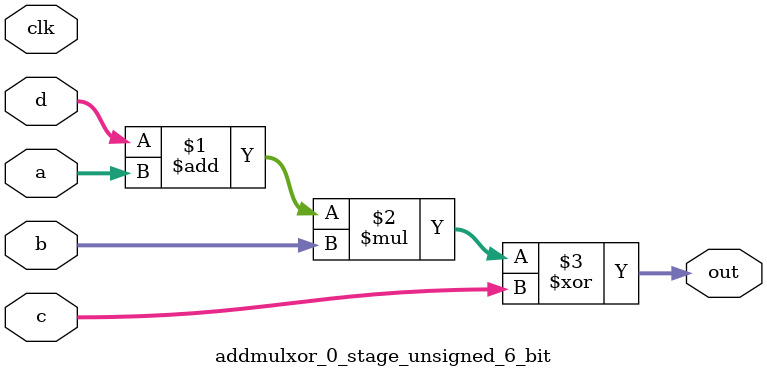
<source format=sv>
(* use_dsp = "yes" *) module addmulxor_0_stage_unsigned_6_bit(
	input  [5:0] a,
	input  [5:0] b,
	input  [5:0] c,
	input  [5:0] d,
	output [5:0] out,
	input clk);

	assign out = ((d + a) * b) ^ c;
endmodule

</source>
